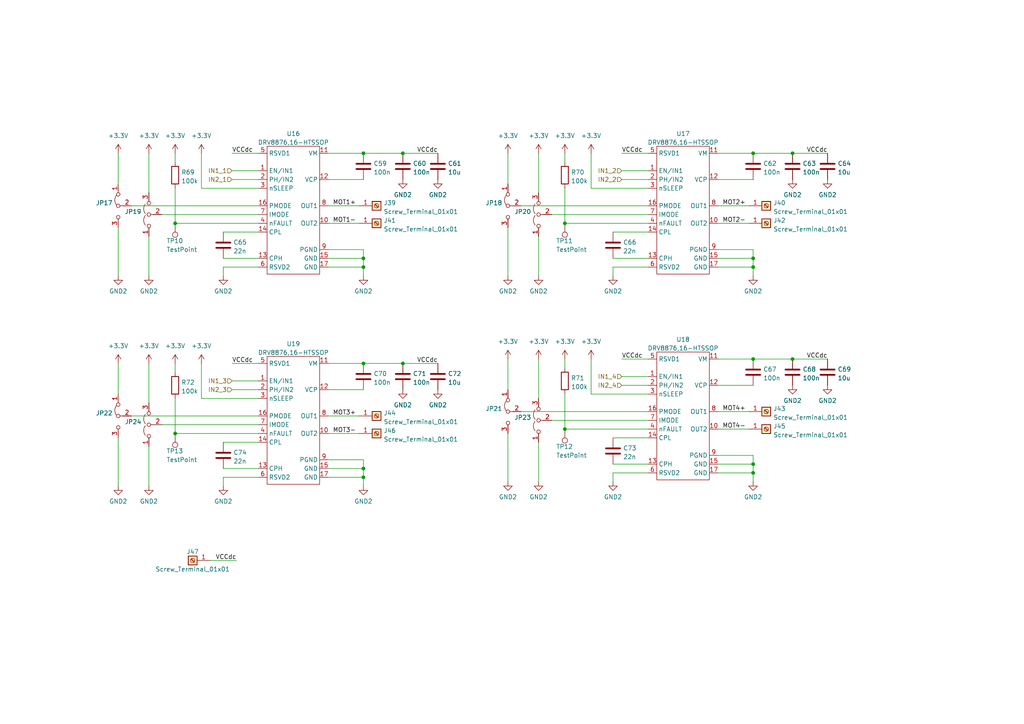
<source format=kicad_sch>
(kicad_sch (version 20211123) (generator eeschema)
  (paper "A4")
  (lib_symbols
    (symbol "Connector:Screw_Terminal_01x01" (pin_names (offset 1.016) hide)
      (property "Reference" "J" (at 0 2.54 0))
      (property "Value" "Screw_Terminal_01x01" (at 0 -2.54 0))
      (symbol "Screw_Terminal_01x01_1_1"
        (rectangle (start -1.27 1.27) (end 1.27 -1.27) (stroke (width 0.254)) (fill (type background)))
        (polyline (pts (xy -0.5334 0.3302) (xy 0.3302 -0.508)) (stroke (width 0.1524)))
        (polyline (pts (xy -0.3556 0.508) (xy 0.508 -0.3302)) (stroke (width 0.1524)))
        (circle (center 0 0) (radius 0.635) (stroke (width 0.1524)))
        (pin passive line (at -5.08 0 0) (length 3.81) (name "Pin_1") (number "1"))
      )
    )
    (symbol "Connector:TestPoint" (pin_numbers hide) (pin_names (offset 0.762) hide)
      (property "Reference" "TP" (at 0 6.858 0))
      (property "Value" "TestPoint" (at 0 5.08 0))
      (symbol "TestPoint_0_1"
        (circle (center 0 3.302) (radius 0.762))
      )
      (symbol "TestPoint_1_1"
        (pin passive line (at 0 0 90) (length 2.54) (name "1") (number "1"))
      )
    )
    (symbol "Device:C" (pin_numbers hide) (pin_names (offset 0.254))
      (property "Reference" "C" (at 0.635 2.54 0))
      (property "Value" "C" (at 0.635 -2.54 0))
      (symbol "C_0_1"
        (polyline (pts (xy -2.032 -0.762) (xy 2.032 -0.762)) (stroke (width 0.508)))
        (polyline (pts (xy -2.032 0.762) (xy 2.032 0.762)) (stroke (width 0.508)))
      )
      (symbol "C_1_1"
        (pin passive line (at 0 3.81 270) (length 2.794) (name "~") (number "1"))
        (pin passive line (at 0 -3.81 90) (length 2.794) (name "~") (number "2"))
      )
    )
    (symbol "Device:R" (pin_numbers hide) (pin_names (offset 0))
      (property "Reference" "R" (at 2.032 0 90))
      (property "Value" "R" (at 0 0 90))
      (symbol "R_0_1"
        (rectangle (start -1.016 -2.54) (end 1.016 2.54) (stroke (width 0.254)))
      )
      (symbol "R_1_1"
        (pin passive line (at 0 3.81 270) (length 1.27) (name "~") (number "1"))
        (pin passive line (at 0 -3.81 90) (length 1.27) (name "~") (number "2"))
      )
    )
    (symbol "Jumper:Jumper_3_Bridged12" (pin_names (offset 0) hide)
      (property "Reference" "JP" (at -2.54 -2.54 0))
      (property "Value" "Jumper_3_Bridged12" (at 0 2.794 0))
      (symbol "Jumper_3_Bridged12_0_0"
        (circle (center -3.302 0) (radius 0.508))
        (circle (center 0 0) (radius 0.508))
        (circle (center 3.302 0) (radius 0.508))
      )
      (symbol "Jumper_3_Bridged12_0_1"
        (arc (start -0.254 0.508) (mid -1.651 0.9912) (end -3.048 0.508))
        (polyline (pts (xy 0 -1.27) (xy 0 -0.508)))
      )
      (symbol "Jumper_3_Bridged12_1_1"
        (pin passive line (at -6.35 0 0) (length 2.54) (name "A") (number "1"))
        (pin passive line (at 0 -3.81 90) (length 2.54) (name "C") (number "2"))
        (pin passive line (at 6.35 0 180) (length 2.54) (name "B") (number "3"))
      )
    )
    (symbol "Jumper:Jumper_3_Open" (pin_names (offset 0) hide)
      (property "Reference" "JP" (at -2.54 -2.54 0))
      (property "Value" "Jumper_3_Open" (at 0 2.794 0))
      (symbol "Jumper_3_Open_0_0"
        (circle (center -3.302 0) (radius 0.508))
        (circle (center 0 0) (radius 0.508))
        (circle (center 3.302 0) (radius 0.508))
      )
      (symbol "Jumper_3_Open_0_1"
        (arc (start -0.254 1.016) (mid -1.651 1.4992) (end -3.048 1.016))
        (polyline (pts (xy 0 -0.508) (xy 0 -1.27)))
        (arc (start 3.048 1.016) (mid 1.651 1.4992) (end 0.254 1.016))
      )
      (symbol "Jumper_3_Open_1_1"
        (pin passive line (at -6.35 0 0) (length 2.54) (name "A") (number "1"))
        (pin passive line (at 0 -3.81 90) (length 2.54) (name "C") (number "2"))
        (pin passive line (at 6.35 0 180) (length 2.54) (name "B") (number "3"))
      )
    )
    (symbol "MASA:DRV8876,16-HTSSOP"
      (property "Reference" "U" (at 0.762 3.048 0))
      (property "Value" "DRV8876,16-HTSSOP" (at 9.906 -36.322 0))
      (symbol "DRV8876,16-HTSSOP_0_1"
        (rectangle (start 0 2.032) (end 15.24 -35.052) (stroke (width 0.1524)))
      )
      (symbol "DRV8876,16-HTSSOP_1_1"
        (pin input line (at -2.54 -5.08 0) (length 2.54) (name "EN/IN1") (number "1"))
        (pin power_out line (at 17.78 -20.32 180) (length 2.54) (name "OUT2") (number "10"))
        (pin power_in line (at 17.78 0 180) (length 2.54) (name "VM") (number "11"))
        (pin output line (at 17.78 -7.62 180) (length 2.54) (name "VCP") (number "12"))
        (pin output line (at -2.54 -30.48 0) (length 2.54) (name "CPH") (number "13"))
        (pin input line (at -2.54 -22.86 0) (length 2.54) (name "CPL") (number "14"))
        (pin power_in line (at 17.78 -30.48 180) (length 2.54) (name "GND") (number "15"))
        (pin input line (at -2.54 -15.24 0) (length 2.54) (name "PMODE") (number "16"))
        (pin power_in line (at 17.78 -33.02 180) (length 2.54) (name "GND") (number "17"))
        (pin input line (at -2.54 -7.62 0) (length 2.54) (name "PH/IN2") (number "2"))
        (pin input line (at -2.54 -10.16 0) (length 2.54) (name "nSLEEP") (number "3"))
        (pin input line (at -2.54 -20.32 0) (length 2.54) (name "nFAULT") (number "4"))
        (pin power_in line (at -2.54 0 0) (length 2.54) (name "RSVD1") (number "5"))
        (pin power_in line (at -2.54 -33.02 0) (length 2.54) (name "RSVD2") (number "6"))
        (pin input line (at -2.54 -17.78 0) (length 2.54) (name "IMODE") (number "7"))
        (pin power_out line (at 17.78 -15.24 180) (length 2.54) (name "OUT1") (number "8"))
        (pin power_in line (at 17.78 -27.94 180) (length 2.54) (name "PGND") (number "9"))
      )
    )
    (symbol "power:+3.3V" (power) (pin_names (offset 0))
      (property "Value" "+3.3V" (at 0 3.556 0))
      (symbol "+3.3V_0_1"
        (polyline (pts (xy -0.762 1.27) (xy 0 2.54)))
        (polyline (pts (xy 0 0) (xy 0 2.54)))
        (polyline (pts (xy 0 2.54) (xy 0.762 1.27)))
      )
      (symbol "+3.3V_1_1"
        (pin power_in line (at 0 0 90) (length 0) hide (name "+3.3V") (number "1"))
      )
    )
    (symbol "power:GND2" (power) (pin_names (offset 0))
      (property "Value" "GND2" (at 0 -3.81 0))
      (symbol "GND2_0_1"
        (polyline (pts (xy 0 0) (xy 0 -1.27) (xy 1.27 -1.27) (xy 0 -2.54) (xy -1.27 -1.27) (xy 0 -1.27)))
      )
      (symbol "GND2_1_1"
        (pin power_in line (at 0 0 270) (length 0) hide (name "GND2") (number "1"))
      )
    )
  )
  (junction (at 50.8 64.77))
  (junction (at 105.41 135.89))
  (junction (at 218.44 137.16))
  (junction (at 218.44 104.14))
  (junction (at 105.41 44.45))
  (junction (at 229.87 44.45))
  (junction (at 116.84 105.41))
  (junction (at 218.44 74.93))
  (junction (at 105.41 138.43))
  (junction (at 218.44 77.47))
  (junction (at 218.44 44.45))
  (junction (at 163.83 124.46))
  (junction (at 50.8 125.73))
  (junction (at 105.41 105.41))
  (junction (at 116.84 44.45))
  (junction (at 105.41 74.93))
  (junction (at 105.41 77.47))
  (junction (at 163.83 64.77))
  (junction (at 218.44 134.62))
  (junction (at 229.87 104.14))
  (wire (pts (xy 127 105.41) (xy 116.84 105.41)))
  (wire (pts (xy 127 44.45) (xy 116.84 44.45)))
  (wire (pts (xy 177.8 77.47) (xy 187.96 77.47)))
  (wire (pts (xy 208.28 72.39) (xy 218.44 72.39)))
  (wire (pts (xy 240.03 104.14) (xy 229.87 104.14)))
  (wire (pts (xy 50.8 115.57) (xy 50.8 125.73)))
  (wire (pts (xy 208.28 44.45) (xy 218.44 44.45)))
  (wire (pts (xy 34.29 140.97) (xy 34.29 127)))
  (wire (pts (xy 74.93 54.61) (xy 58.42 54.61)))
  (wire (pts (xy 163.83 124.46) (xy 187.96 124.46)))
  (wire (pts (xy 67.31 113.03) (xy 74.93 113.03)))
  (wire (pts (xy 187.96 114.3) (xy 171.45 114.3)))
  (wire (pts (xy 171.45 104.14) (xy 171.45 114.3)))
  (wire (pts (xy 156.21 44.45) (xy 156.21 55.88)))
  (wire (pts (xy 95.25 59.69) (xy 104.14 59.69)))
  (wire (pts (xy 208.28 74.93) (xy 218.44 74.93)))
  (wire (pts (xy 64.77 67.31) (xy 74.93 67.31)))
  (wire (pts (xy 187.96 104.14) (xy 180.34 104.14)))
  (wire (pts (xy 163.83 104.14) (xy 163.83 106.68)))
  (wire (pts (xy 177.8 134.62) (xy 187.96 134.62)))
  (wire (pts (xy 64.77 77.47) (xy 74.93 77.47)))
  (wire (pts (xy 95.25 133.35) (xy 105.41 133.35)))
  (wire (pts (xy 218.44 80.01) (xy 218.44 77.47)))
  (wire (pts (xy 105.41 135.89) (xy 105.41 133.35)))
  (wire (pts (xy 38.1 120.65) (xy 74.93 120.65)))
  (wire (pts (xy 208.28 104.14) (xy 218.44 104.14)))
  (wire (pts (xy 177.8 127) (xy 187.96 127)))
  (wire (pts (xy 95.25 125.73) (xy 104.14 125.73)))
  (wire (pts (xy 105.41 77.47) (xy 105.41 74.93)))
  (wire (pts (xy 74.93 44.45) (xy 67.31 44.45)))
  (wire (pts (xy 95.25 105.41) (xy 105.41 105.41)))
  (wire (pts (xy 34.29 44.45) (xy 34.29 53.34)))
  (wire (pts (xy 50.8 44.45) (xy 50.8 46.99)))
  (wire (pts (xy 187.96 44.45) (xy 180.34 44.45)))
  (wire (pts (xy 95.25 135.89) (xy 105.41 135.89)))
  (wire (pts (xy 147.32 139.7) (xy 147.32 125.73)))
  (wire (pts (xy 95.25 120.65) (xy 104.14 120.65)))
  (wire (pts (xy 116.84 105.41) (xy 105.41 105.41)))
  (wire (pts (xy 64.77 77.47) (xy 64.77 80.01)))
  (wire (pts (xy 156.21 139.7) (xy 156.21 128.27)))
  (wire (pts (xy 160.02 62.23) (xy 187.96 62.23)))
  (wire (pts (xy 208.28 59.69) (xy 217.17 59.69)))
  (wire (pts (xy 64.77 128.27) (xy 74.93 128.27)))
  (wire (pts (xy 208.28 124.46) (xy 217.17 124.46)))
  (wire (pts (xy 229.87 44.45) (xy 218.44 44.45)))
  (wire (pts (xy 64.77 138.43) (xy 64.77 140.97)))
  (wire (pts (xy 208.28 137.16) (xy 218.44 137.16)))
  (wire (pts (xy 163.83 54.61) (xy 163.83 64.77)))
  (wire (pts (xy 147.32 80.01) (xy 147.32 66.04)))
  (wire (pts (xy 156.21 104.14) (xy 156.21 115.57)))
  (wire (pts (xy 64.77 138.43) (xy 74.93 138.43)))
  (wire (pts (xy 38.1 59.69) (xy 74.93 59.69)))
  (wire (pts (xy 43.18 140.97) (xy 43.18 129.54)))
  (wire (pts (xy 180.34 111.76) (xy 187.96 111.76)))
  (wire (pts (xy 43.18 105.41) (xy 43.18 116.84)))
  (wire (pts (xy 95.25 44.45) (xy 105.41 44.45)))
  (wire (pts (xy 208.28 111.76) (xy 218.44 111.76)))
  (wire (pts (xy 50.8 64.77) (xy 74.93 64.77)))
  (wire (pts (xy 95.25 113.03) (xy 105.41 113.03)))
  (wire (pts (xy 50.8 105.41) (xy 50.8 107.95)))
  (wire (pts (xy 151.13 59.69) (xy 187.96 59.69)))
  (wire (pts (xy 151.13 119.38) (xy 187.96 119.38)))
  (wire (pts (xy 64.77 135.89) (xy 74.93 135.89)))
  (wire (pts (xy 34.29 105.41) (xy 34.29 114.3)))
  (wire (pts (xy 218.44 137.16) (xy 218.44 134.62)))
  (wire (pts (xy 58.42 44.45) (xy 58.42 54.61)))
  (wire (pts (xy 187.96 54.61) (xy 171.45 54.61)))
  (wire (pts (xy 74.93 115.57) (xy 58.42 115.57)))
  (wire (pts (xy 177.8 67.31) (xy 187.96 67.31)))
  (wire (pts (xy 58.42 105.41) (xy 58.42 115.57)))
  (wire (pts (xy 147.32 104.14) (xy 147.32 113.03)))
  (wire (pts (xy 208.28 119.38) (xy 217.17 119.38)))
  (wire (pts (xy 95.25 64.77) (xy 104.14 64.77)))
  (wire (pts (xy 218.44 134.62) (xy 218.44 132.08)))
  (wire (pts (xy 116.84 44.45) (xy 105.41 44.45)))
  (wire (pts (xy 180.34 109.22) (xy 187.96 109.22)))
  (wire (pts (xy 240.03 44.45) (xy 229.87 44.45)))
  (wire (pts (xy 95.25 138.43) (xy 105.41 138.43)))
  (wire (pts (xy 74.93 105.41) (xy 67.31 105.41)))
  (wire (pts (xy 50.8 125.73) (xy 74.93 125.73)))
  (wire (pts (xy 95.25 72.39) (xy 105.41 72.39)))
  (wire (pts (xy 160.02 121.92) (xy 187.96 121.92)))
  (wire (pts (xy 171.45 44.45) (xy 171.45 54.61)))
  (wire (pts (xy 64.77 74.93) (xy 74.93 74.93)))
  (wire (pts (xy 95.25 77.47) (xy 105.41 77.47)))
  (wire (pts (xy 67.31 110.49) (xy 74.93 110.49)))
  (wire (pts (xy 147.32 44.45) (xy 147.32 53.34)))
  (wire (pts (xy 180.34 52.07) (xy 187.96 52.07)))
  (wire (pts (xy 177.8 137.16) (xy 177.8 139.7)))
  (wire (pts (xy 95.25 74.93) (xy 105.41 74.93)))
  (wire (pts (xy 105.41 74.93) (xy 105.41 72.39)))
  (wire (pts (xy 46.99 62.23) (xy 74.93 62.23)))
  (wire (pts (xy 218.44 139.7) (xy 218.44 137.16)))
  (wire (pts (xy 208.28 52.07) (xy 218.44 52.07)))
  (wire (pts (xy 43.18 44.45) (xy 43.18 55.88)))
  (wire (pts (xy 163.83 44.45) (xy 163.83 46.99)))
  (wire (pts (xy 156.21 80.01) (xy 156.21 68.58)))
  (wire (pts (xy 67.31 52.07) (xy 74.93 52.07)))
  (wire (pts (xy 208.28 132.08) (xy 218.44 132.08)))
  (wire (pts (xy 105.41 80.01) (xy 105.41 77.47)))
  (wire (pts (xy 229.87 104.14) (xy 218.44 104.14)))
  (wire (pts (xy 95.25 52.07) (xy 105.41 52.07)))
  (wire (pts (xy 46.99 123.19) (xy 74.93 123.19)))
  (wire (pts (xy 218.44 74.93) (xy 218.44 72.39)))
  (wire (pts (xy 34.29 80.01) (xy 34.29 66.04)))
  (wire (pts (xy 163.83 114.3) (xy 163.83 124.46)))
  (wire (pts (xy 163.83 64.77) (xy 187.96 64.77)))
  (wire (pts (xy 208.28 77.47) (xy 218.44 77.47)))
  (wire (pts (xy 105.41 140.97) (xy 105.41 138.43)))
  (wire (pts (xy 67.31 49.53) (xy 74.93 49.53)))
  (wire (pts (xy 105.41 138.43) (xy 105.41 135.89)))
  (wire (pts (xy 177.8 77.47) (xy 177.8 80.01)))
  (wire (pts (xy 180.34 49.53) (xy 187.96 49.53)))
  (wire (pts (xy 43.18 80.01) (xy 43.18 68.58)))
  (wire (pts (xy 208.28 134.62) (xy 218.44 134.62)))
  (wire (pts (xy 60.96 162.56) (xy 68.58 162.56)))
  (wire (pts (xy 177.8 74.93) (xy 187.96 74.93)))
  (wire (pts (xy 50.8 54.61) (xy 50.8 64.77)))
  (wire (pts (xy 208.28 64.77) (xy 217.17 64.77)))
  (wire (pts (xy 177.8 137.16) (xy 187.96 137.16)))
  (wire (pts (xy 218.44 77.47) (xy 218.44 74.93)))
  (label "VCCdc" (at 180.34 104.14 0))
  (label "MOT1-" (at 96.52 64.77 0))
  (label "MOT4-" (at 209.55 124.46 0))
  (label "VCCdc" (at 67.31 105.41 0))
  (label "MOT2-" (at 209.55 64.77 0))
  (label "VCCdc" (at 240.03 44.45 180))
  (label "VCCdc" (at 68.58 162.56 180))
  (label "VCCdc" (at 127 44.45 180))
  (label "MOT2+" (at 209.55 59.69 0))
  (label "VCCdc" (at 127 105.41 180))
  (label "VCCdc" (at 240.03 104.14 180))
  (label "MOT4+" (at 209.55 119.38 0))
  (label "MOT1+" (at 96.52 59.69 0))
  (label "VCCdc" (at 180.34 44.45 0))
  (label "MOT3-" (at 96.52 125.73 0))
  (label "MOT3+" (at 96.52 120.65 0))
  (label "VCCdc" (at 67.31 44.45 0))
  (hierarchical_label "IN2_1" (shape input) (at 67.31 52.07 180))
  (hierarchical_label "IN1_2" (shape input) (at 180.34 49.53 180))
  (hierarchical_label "IN1_4" (shape input) (at 180.34 109.22 180))
  (hierarchical_label "IN1_3" (shape input) (at 67.31 110.49 180))
  (hierarchical_label "IN2_3" (shape input) (at 67.31 113.03 180))
  (hierarchical_label "IN1_1" (shape input) (at 67.31 49.53 180))
  (hierarchical_label "IN2_2" (shape input) (at 180.34 52.07 180))
  (hierarchical_label "IN2_4" (shape input) (at 180.34 111.76 180))
  (symbol (lib_id "power:+3.3V") (at 171.45 104.14 0) (unit 1)
    (property "Reference" "#PWR0252" (effects hide))
    (property "Value" "+3.3V" (at 171.45 99.06 0))
  )
  (symbol (lib_id "Jumper:Jumper_3_Bridged12") (at 147.32 119.38 90) (mirror x) (unit 1)
    (property "Reference" "JP21" (at 145.6939 118.5453 90) (effects (justify left)))
    (property "Value" "Jumper_3_Bridged12" (effects hide))
    (property "Footprint" "Jumper:SolderJumper-3_P1.3mm_Bridged12_Pad1.0x1.5mm" (effects hide))
  )
  (symbol (lib_id "power:+3.3V") (at 50.8 105.41 0) (unit 1)
    (property "Reference" "#PWR0229" (effects hide))
    (property "Value" "+3.3V" (at 50.8 100.33 0))
  )
  (symbol (lib_id "power:GND2") (at 218.44 139.7 0) (unit 1)
    (property "Reference" "#PWR0260" (effects hide))
    (property "Value" "GND2" (at 218.44 144.1434 0))
  )
  (symbol (lib_id "Device:C") (at 218.44 107.95 0) (unit 1)
    (property "Reference" "C67" (at 221.361 107.1153 0) (effects (justify left)))
    (property "Value" "100n" (at 221.361 109.6522 0) (effects (justify left)))
    (property "Footprint" "Capacitor_SMD:C_0805_2012Metric_Pad1.18x1.45mm_HandSolder" (effects hide))
  )
  (symbol (lib_id "Connector:Screw_Terminal_01x01") (at 222.25 124.46 0) (unit 1)
    (property "Reference" "J45" (at 224.282 123.6253 0) (effects (justify left)))
    (property "Value" "Screw_Terminal_01x01" (at 224.282 126.1622 0) (effects (justify left)))
    (property "Footprint" "MASA_footprint:ScrewTerminal_1x01_5x7mm" (effects hide))
  )
  (symbol (lib_id "power:GND2") (at 229.87 111.76 0) (unit 1)
    (property "Reference" "#PWR0253" (effects hide))
    (property "Value" "GND2" (at 229.87 116.2034 0))
  )
  (symbol (lib_id "Device:C") (at 177.8 130.81 0) (unit 1)
    (property "Reference" "C73" (at 180.721 129.9753 0) (effects (justify left)))
    (property "Value" "22n" (at 180.721 132.5122 0) (effects (justify left)))
    (property "Footprint" "Capacitor_SMD:C_0805_2012Metric_Pad1.18x1.45mm_HandSolder" (effects hide))
  )
  (symbol (lib_id "Jumper:Jumper_3_Bridged12") (at 34.29 120.65 90) (mirror x) (unit 1)
    (property "Reference" "JP22" (at 32.6639 119.8153 90) (effects (justify left)))
    (property "Value" "Jumper_3_Bridged12" (effects hide))
    (property "Footprint" "Jumper:SolderJumper-3_P1.3mm_Bridged12_Pad1.0x1.5mm" (effects hide))
  )
  (symbol (lib_id "Jumper:Jumper_3_Open") (at 43.18 123.19 90) (unit 1)
    (property "Reference" "JP24" (at 41.0459 122.3553 90) (effects (justify left)))
    (property "Value" "Jumper_3_Open" (effects hide))
    (property "Footprint" "Jumper:SolderJumper-3_P1.3mm_Open_Pad1.0x1.5mm" (effects hide))
  )
  (symbol (lib_id "MASA:DRV8876,16-HTSSOP") (at 190.5 44.45 0) (unit 1)
    (property "Reference" "U17" (at 198.12 38.769 0))
    (property "Value" "DRV8876,16-HTSSOP" (at 198.12 41.3059 0))
    (property "Footprint" "Package_SO:HTSSOP-16-1EP_4.4x5mm_P0.65mm_EP3.4x5mm" (effects hide))
    (property "Datasheet" "https://www.ti.com/lit/ds/symlink/drv8876.pdf?HQS=dis-dk-null-digikeymode-dsf-pf-null-wwe&ts=1665858522997&ref_url=https%253A%252F%252Fwww.ti.com%252Fgeneral%252Fdocs%252Fsuppproductinfo.tsp%253FdistId%253D10%2526gotoUrl%253Dhttps%253A%252F%252Fwww.ti.com%252Flit%252Fgpn%252Fdrv8876" (effects hide))
  )
  (symbol (lib_id "power:GND2") (at 43.18 80.01 0) (unit 1)
    (property "Reference" "#PWR0238" (effects hide))
    (property "Value" "GND2" (at 43.18 84.4534 0))
  )
  (symbol (lib_id "Device:C") (at 240.03 107.95 0) (unit 1)
    (property "Reference" "C69" (at 242.951 107.1153 0) (effects (justify left)))
    (property "Value" "10u" (at 242.951 109.6522 0) (effects (justify left)))
    (property "Footprint" "Capacitor_SMD:C_0805_2012Metric_Pad1.18x1.45mm_HandSolder" (effects hide))
  )
  (symbol (lib_id "power:+3.3V") (at 163.83 44.45 0) (unit 1)
    (property "Reference" "#PWR0228" (effects hide))
    (property "Value" "+3.3V" (at 163.83 39.37 0))
  )
  (symbol (lib_id "power:GND2") (at 156.21 80.01 0) (unit 1)
    (property "Reference" "#PWR0242" (effects hide))
    (property "Value" "GND2" (at 156.21 84.4534 0))
  )
  (symbol (lib_id "Jumper:Jumper_3_Bridged12") (at 34.29 59.69 90) (mirror x) (unit 1)
    (property "Reference" "JP17" (at 32.6639 58.8553 90) (effects (justify left)))
    (property "Value" "Jumper_3_Bridged12" (effects hide))
    (property "Footprint" "Jumper:SolderJumper-3_P1.3mm_Bridged12_Pad1.0x1.5mm" (effects hide))
  )
  (symbol (lib_id "power:GND2") (at 156.21 139.7 0) (unit 1)
    (property "Reference" "#PWR0258" (effects hide))
    (property "Value" "GND2" (at 156.21 144.1434 0))
  )
  (symbol (lib_id "Device:C") (at 64.77 132.08 0) (unit 1)
    (property "Reference" "C74" (at 67.691 131.2453 0) (effects (justify left)))
    (property "Value" "22n" (at 67.691 133.7822 0) (effects (justify left)))
    (property "Footprint" "Capacitor_SMD:C_0805_2012Metric_Pad1.18x1.45mm_HandSolder" (effects hide))
  )
  (symbol (lib_id "power:GND2") (at 116.84 113.03 0) (unit 1)
    (property "Reference" "#PWR0255" (effects hide))
    (property "Value" "GND2" (at 116.84 117.4734 0))
  )
  (symbol (lib_id "Device:C") (at 116.84 48.26 0) (unit 1)
    (property "Reference" "C60" (at 119.761 47.4253 0) (effects (justify left)))
    (property "Value" "100n" (at 119.761 49.9622 0) (effects (justify left)))
    (property "Footprint" "Capacitor_SMD:C_0805_2012Metric_Pad1.18x1.45mm_HandSolder" (effects hide))
  )
  (symbol (lib_id "Connector:Screw_Terminal_01x01") (at 55.88 162.56 180) (unit 1)
    (property "Reference" "J47" (at 55.88 160.02 0))
    (property "Value" "Screw_Terminal_01x01" (at 55.88 165.1 0))
    (property "Footprint" "MASA_footprint:ScrewTerminal_1x01_5x7mm" (effects hide))
  )
  (symbol (lib_id "Device:C") (at 127 109.22 0) (unit 1)
    (property "Reference" "C72" (at 129.921 108.3853 0) (effects (justify left)))
    (property "Value" "10u" (at 129.921 110.9222 0) (effects (justify left)))
    (property "Footprint" "Capacitor_SMD:C_0805_2012Metric_Pad1.18x1.45mm_HandSolder" (effects hide))
  )
  (symbol (lib_id "Connector:Screw_Terminal_01x01") (at 109.22 125.73 0) (unit 1)
    (property "Reference" "J46" (at 111.252 124.8953 0) (effects (justify left)))
    (property "Value" "Screw_Terminal_01x01" (at 111.252 127.4322 0) (effects (justify left)))
    (property "Footprint" "MASA_footprint:ScrewTerminal_1x01_5x7mm" (effects hide))
  )
  (symbol (lib_id "power:GND2") (at 116.84 52.07 0) (unit 1)
    (property "Reference" "#PWR0233" (effects hide))
    (property "Value" "GND2" (at 116.84 56.5134 0))
  )
  (symbol (lib_id "Device:R") (at 163.83 50.8 0) (unit 1)
    (property "Reference" "R70" (at 165.608 49.9653 0) (effects (justify left)))
    (property "Value" "100k" (at 165.608 52.5022 0) (effects (justify left)))
    (property "Footprint" "Resistor_SMD:R_0805_2012Metric_Pad1.20x1.40mm_HandSolder" (effects hide))
  )
  (symbol (lib_id "Device:C") (at 177.8 71.12 0) (unit 1)
    (property "Reference" "C66" (at 180.721 70.2853 0) (effects (justify left)))
    (property "Value" "22n" (at 180.721 72.8222 0) (effects (justify left)))
    (property "Footprint" "Capacitor_SMD:C_0805_2012Metric_Pad1.18x1.45mm_HandSolder" (effects hide))
  )
  (symbol (lib_id "Connector:Screw_Terminal_01x01") (at 109.22 120.65 0) (unit 1)
    (property "Reference" "J44" (at 111.252 119.8153 0) (effects (justify left)))
    (property "Value" "Screw_Terminal_01x01" (at 111.252 122.3522 0) (effects (justify left)))
    (property "Footprint" "MASA_footprint:ScrewTerminal_1x01_5x7mm" (effects hide))
  )
  (symbol (lib_id "MASA:DRV8876,16-HTSSOP") (at 77.47 105.41 0) (unit 1)
    (property "Reference" "U19" (at 85.09 99.729 0))
    (property "Value" "DRV8876,16-HTSSOP" (at 85.09 102.2659 0))
    (property "Footprint" "Package_SO:HTSSOP-16-1EP_4.4x5mm_P0.65mm_EP3.4x5mm" (effects hide))
    (property "Datasheet" "https://www.ti.com/lit/ds/symlink/drv8876.pdf?HQS=dis-dk-null-digikeymode-dsf-pf-null-wwe&ts=1665858522997&ref_url=https%253A%252F%252Fwww.ti.com%252Fgeneral%252Fdocs%252Fsuppproductinfo.tsp%253FdistId%253D10%2526gotoUrl%253Dhttps%253A%252F%252Fwww.ti.com%252Flit%252Fgpn%252Fdrv8876" (effects hide))
  )
  (symbol (lib_id "power:+3.3V") (at 156.21 104.14 0) (unit 1)
    (property "Reference" "#PWR0249" (effects hide))
    (property "Value" "+3.3V" (at 156.21 99.06 0))
  )
  (symbol (lib_id "Connector:Screw_Terminal_01x01") (at 222.25 59.69 0) (unit 1)
    (property "Reference" "J40" (at 224.282 58.8553 0) (effects (justify left)))
    (property "Value" "Screw_Terminal_01x01" (at 224.282 61.3922 0) (effects (justify left)))
    (property "Footprint" "MASA_footprint:ScrewTerminal_1x01_5x7mm" (effects hide))
  )
  (symbol (lib_id "Jumper:Jumper_3_Open") (at 156.21 62.23 90) (unit 1)
    (property "Reference" "JP20" (at 154.0759 61.3953 90) (effects (justify left)))
    (property "Value" "Jumper_3_Open" (effects hide))
    (property "Footprint" "Jumper:SolderJumper-3_P1.3mm_Open_Pad1.0x1.5mm" (effects hide))
  )
  (symbol (lib_id "Device:C") (at 64.77 71.12 0) (unit 1)
    (property "Reference" "C65" (at 67.691 70.2853 0) (effects (justify left)))
    (property "Value" "22n" (at 67.691 72.8222 0) (effects (justify left)))
    (property "Footprint" "Capacitor_SMD:C_0805_2012Metric_Pad1.18x1.45mm_HandSolder" (effects hide))
  )
  (symbol (lib_id "Device:C") (at 127 48.26 0) (unit 1)
    (property "Reference" "C61" (at 129.921 47.4253 0) (effects (justify left)))
    (property "Value" "10u" (at 129.921 49.9622 0) (effects (justify left)))
    (property "Footprint" "Capacitor_SMD:C_0805_2012Metric_Pad1.18x1.45mm_HandSolder" (effects hide))
  )
  (symbol (lib_id "power:+3.3V") (at 58.42 105.41 0) (unit 1)
    (property "Reference" "#PWR0230" (effects hide))
    (property "Value" "+3.3V" (at 58.42 100.33 0))
  )
  (symbol (lib_id "Connector:Screw_Terminal_01x01") (at 222.25 119.38 0) (unit 1)
    (property "Reference" "J43" (at 224.282 118.5453 0) (effects (justify left)))
    (property "Value" "Screw_Terminal_01x01" (at 224.282 121.0822 0) (effects (justify left)))
    (property "Footprint" "MASA_footprint:ScrewTerminal_1x01_5x7mm" (effects hide))
  )
  (symbol (lib_id "power:+3.3V") (at 50.8 44.45 0) (unit 1)
    (property "Reference" "#PWR0245" (effects hide))
    (property "Value" "+3.3V" (at 50.8 39.37 0))
  )
  (symbol (lib_id "power:GND2") (at 229.87 52.07 0) (unit 1)
    (property "Reference" "#PWR0235" (effects hide))
    (property "Value" "GND2" (at 229.87 56.5134 0))
  )
  (symbol (lib_id "power:+3.3V") (at 171.45 44.45 0) (unit 1)
    (property "Reference" "#PWR0225" (effects hide))
    (property "Value" "+3.3V" (at 171.45 39.37 0))
  )
  (symbol (lib_id "power:GND2") (at 147.32 139.7 0) (unit 1)
    (property "Reference" "#PWR0257" (effects hide))
    (property "Value" "GND2" (at 147.32 144.1434 0))
  )
  (symbol (lib_id "power:GND2") (at 127 113.03 0) (unit 1)
    (property "Reference" "#PWR0256" (effects hide))
    (property "Value" "GND2" (at 127 117.4734 0))
  )
  (symbol (lib_id "power:GND2") (at 34.29 140.97 0) (unit 1)
    (property "Reference" "#PWR0261" (effects hide))
    (property "Value" "GND2" (at 34.29 145.4134 0))
  )
  (symbol (lib_id "power:GND2") (at 218.44 80.01 0) (unit 1)
    (property "Reference" "#PWR0244" (effects hide))
    (property "Value" "GND2" (at 218.44 84.4534 0))
  )
  (symbol (lib_id "power:+3.3V") (at 163.83 104.14 0) (unit 1)
    (property "Reference" "#PWR0251" (effects hide))
    (property "Value" "+3.3V" (at 163.83 99.06 0))
  )
  (symbol (lib_id "Jumper:Jumper_3_Open") (at 43.18 62.23 90) (unit 1)
    (property "Reference" "JP19" (at 41.0459 61.3953 90) (effects (justify left)))
    (property "Value" "Jumper_3_Open" (effects hide))
    (property "Footprint" "Jumper:SolderJumper-3_P1.3mm_Open_Pad1.0x1.5mm" (effects hide))
  )
  (symbol (lib_id "power:GND2") (at 64.77 140.97 0) (unit 1)
    (property "Reference" "#PWR0263" (effects hide))
    (property "Value" "GND2" (at 64.77 145.4134 0))
  )
  (symbol (lib_id "Device:C") (at 218.44 48.26 0) (unit 1)
    (property "Reference" "C62" (at 221.361 47.4253 0) (effects (justify left)))
    (property "Value" "100n" (at 221.361 49.9622 0) (effects (justify left)))
    (property "Footprint" "Capacitor_SMD:C_0805_2012Metric_Pad1.18x1.45mm_HandSolder" (effects hide))
  )
  (symbol (lib_id "power:+3.3V") (at 156.21 44.45 0) (unit 1)
    (property "Reference" "#PWR0227" (effects hide))
    (property "Value" "+3.3V" (at 156.21 39.37 0))
  )
  (symbol (lib_id "MASA:DRV8876,16-HTSSOP") (at 190.5 104.14 0) (unit 1)
    (property "Reference" "U18" (at 198.12 98.459 0))
    (property "Value" "DRV8876,16-HTSSOP" (at 198.12 100.9959 0))
    (property "Footprint" "Package_SO:HTSSOP-16-1EP_4.4x5mm_P0.65mm_EP3.4x5mm" (effects hide))
    (property "Datasheet" "https://www.ti.com/lit/ds/symlink/drv8876.pdf?HQS=dis-dk-null-digikeymode-dsf-pf-null-wwe&ts=1665858522997&ref_url=https%253A%252F%252Fwww.ti.com%252Fgeneral%252Fdocs%252Fsuppproductinfo.tsp%253FdistId%253D10%2526gotoUrl%253Dhttps%253A%252F%252Fwww.ti.com%252Flit%252Fgpn%252Fdrv8876" (effects hide))
  )
  (symbol (lib_id "Connector:TestPoint") (at 163.83 124.46 180) (unit 1)
    (property "Reference" "TP12" (at 161.29 129.54 0) (effects (justify right)))
    (property "Value" "TestPoint" (at 161.29 132.08 0) (effects (justify right)))
    (property "Footprint" "TestPoint:TestPoint_Pad_D2.0mm" (effects hide))
  )
  (symbol (lib_id "Device:C") (at 105.41 109.22 0) (unit 1)
    (property "Reference" "C70" (at 108.331 108.3853 0) (effects (justify left)))
    (property "Value" "100n" (at 108.331 110.9222 0) (effects (justify left)))
    (property "Footprint" "Capacitor_SMD:C_0805_2012Metric_Pad1.18x1.45mm_HandSolder" (effects hide))
  )
  (symbol (lib_id "Connector:TestPoint") (at 163.83 64.77 180) (unit 1)
    (property "Reference" "TP11" (at 161.29 69.85 0) (effects (justify right)))
    (property "Value" "TestPoint" (at 161.29 72.39 0) (effects (justify right)))
    (property "Footprint" "TestPoint:TestPoint_Pad_D2.0mm" (effects hide))
  )
  (symbol (lib_id "power:GND2") (at 105.41 80.01 0) (unit 1)
    (property "Reference" "#PWR0240" (effects hide))
    (property "Value" "GND2" (at 105.41 84.4534 0))
  )
  (symbol (lib_id "Device:R") (at 50.8 111.76 0) (unit 1)
    (property "Reference" "R72" (at 52.578 110.9253 0) (effects (justify left)))
    (property "Value" "100k" (at 52.578 113.4622 0) (effects (justify left)))
    (property "Footprint" "Resistor_SMD:R_0805_2012Metric_Pad1.20x1.40mm_HandSolder" (effects hide))
  )
  (symbol (lib_id "power:GND2") (at 177.8 139.7 0) (unit 1)
    (property "Reference" "#PWR0259" (effects hide))
    (property "Value" "GND2" (at 177.8 144.1434 0))
  )
  (symbol (lib_id "power:GND2") (at 240.03 52.07 0) (unit 1)
    (property "Reference" "#PWR0236" (effects hide))
    (property "Value" "GND2" (at 240.03 56.5134 0))
  )
  (symbol (lib_id "power:+3.3V") (at 43.18 105.41 0) (unit 1)
    (property "Reference" "#PWR0231" (effects hide))
    (property "Value" "+3.3V" (at 43.18 100.33 0))
  )
  (symbol (lib_id "Device:C") (at 229.87 48.26 0) (unit 1)
    (property "Reference" "C63" (at 232.791 47.4253 0) (effects (justify left)))
    (property "Value" "100n" (at 232.791 49.9622 0) (effects (justify left)))
    (property "Footprint" "Capacitor_SMD:C_0805_2012Metric_Pad1.18x1.45mm_HandSolder" (effects hide))
  )
  (symbol (lib_id "Connector:Screw_Terminal_01x01") (at 222.25 64.77 0) (unit 1)
    (property "Reference" "J42" (at 224.282 63.9353 0) (effects (justify left)))
    (property "Value" "Screw_Terminal_01x01" (at 224.282 66.4722 0) (effects (justify left)))
    (property "Footprint" "MASA_footprint:ScrewTerminal_1x01_5x7mm" (effects hide))
  )
  (symbol (lib_id "power:+3.3V") (at 34.29 105.41 0) (unit 1)
    (property "Reference" "#PWR0232" (effects hide))
    (property "Value" "+3.3V" (at 34.29 100.33 0))
  )
  (symbol (lib_id "power:GND2") (at 43.18 140.97 0) (unit 1)
    (property "Reference" "#PWR0262" (effects hide))
    (property "Value" "GND2" (at 43.18 145.4134 0))
  )
  (symbol (lib_id "Device:C") (at 116.84 109.22 0) (unit 1)
    (property "Reference" "C71" (at 119.761 108.3853 0) (effects (justify left)))
    (property "Value" "100n" (at 119.761 110.9222 0) (effects (justify left)))
    (property "Footprint" "Capacitor_SMD:C_0805_2012Metric_Pad1.18x1.45mm_HandSolder" (effects hide))
  )
  (symbol (lib_id "power:GND2") (at 147.32 80.01 0) (unit 1)
    (property "Reference" "#PWR0241" (effects hide))
    (property "Value" "GND2" (at 147.32 84.4534 0))
  )
  (symbol (lib_id "Device:C") (at 240.03 48.26 0) (unit 1)
    (property "Reference" "C64" (at 242.951 47.4253 0) (effects (justify left)))
    (property "Value" "10u" (at 242.951 49.9622 0) (effects (justify left)))
    (property "Footprint" "Capacitor_SMD:C_0805_2012Metric_Pad1.18x1.45mm_HandSolder" (effects hide))
  )
  (symbol (lib_id "power:GND2") (at 64.77 80.01 0) (unit 1)
    (property "Reference" "#PWR0239" (effects hide))
    (property "Value" "GND2" (at 64.77 84.4534 0))
  )
  (symbol (lib_id "power:+3.3V") (at 147.32 44.45 0) (unit 1)
    (property "Reference" "#PWR0226" (effects hide))
    (property "Value" "+3.3V" (at 147.32 39.37 0))
  )
  (symbol (lib_id "Device:R") (at 50.8 50.8 0) (unit 1)
    (property "Reference" "R69" (at 52.578 49.9653 0) (effects (justify left)))
    (property "Value" "100k" (at 52.578 52.5022 0) (effects (justify left)))
    (property "Footprint" "Resistor_SMD:R_0805_2012Metric_Pad1.20x1.40mm_HandSolder" (effects hide))
  )
  (symbol (lib_id "power:GND2") (at 105.41 140.97 0) (unit 1)
    (property "Reference" "#PWR0264" (effects hide))
    (property "Value" "GND2" (at 105.41 145.4134 0))
  )
  (symbol (lib_id "power:+3.3V") (at 147.32 104.14 0) (unit 1)
    (property "Reference" "#PWR0250" (effects hide))
    (property "Value" "+3.3V" (at 147.32 99.06 0))
  )
  (symbol (lib_id "Device:C") (at 105.41 48.26 0) (unit 1)
    (property "Reference" "C59" (at 108.331 47.4253 0) (effects (justify left)))
    (property "Value" "100n" (at 108.331 49.9622 0) (effects (justify left)))
    (property "Footprint" "Capacitor_SMD:C_0805_2012Metric_Pad1.18x1.45mm_HandSolder" (effects hide))
  )
  (symbol (lib_id "Connector:TestPoint") (at 50.8 64.77 180) (unit 1)
    (property "Reference" "TP10" (at 48.26 69.85 0) (effects (justify right)))
    (property "Value" "TestPoint" (at 48.26 72.39 0) (effects (justify right)))
    (property "Footprint" "TestPoint:TestPoint_Pad_D2.0mm" (effects hide))
  )
  (symbol (lib_id "power:GND2") (at 177.8 80.01 0) (unit 1)
    (property "Reference" "#PWR0243" (effects hide))
    (property "Value" "GND2" (at 177.8 84.4534 0))
  )
  (symbol (lib_id "power:+3.3V") (at 34.29 44.45 0) (unit 1)
    (property "Reference" "#PWR0247" (effects hide))
    (property "Value" "+3.3V" (at 34.29 39.37 0))
  )
  (symbol (lib_id "power:+3.3V") (at 43.18 44.45 0) (unit 1)
    (property "Reference" "#PWR0246" (effects hide))
    (property "Value" "+3.3V" (at 43.18 39.37 0))
  )
  (symbol (lib_id "MASA:DRV8876,16-HTSSOP") (at 77.47 44.45 0) (unit 1)
    (property "Reference" "U16" (at 85.09 38.769 0))
    (property "Value" "DRV8876,16-HTSSOP" (at 85.09 41.3059 0))
    (property "Footprint" "Package_SO:HTSSOP-16-1EP_4.4x5mm_P0.65mm_EP3.4x5mm" (effects hide))
    (property "Datasheet" "https://www.ti.com/lit/ds/symlink/drv8876.pdf?HQS=dis-dk-null-digikeymode-dsf-pf-null-wwe&ts=1665858522997&ref_url=https%253A%252F%252Fwww.ti.com%252Fgeneral%252Fdocs%252Fsuppproductinfo.tsp%253FdistId%253D10%2526gotoUrl%253Dhttps%253A%252F%252Fwww.ti.com%252Flit%252Fgpn%252Fdrv8876" (effects hide))
  )
  (symbol (lib_id "Connector:TestPoint") (at 50.8 125.73 180) (unit 1)
    (property "Reference" "TP13" (at 48.26 130.81 0) (effects (justify right)))
    (property "Value" "TestPoint" (at 48.26 133.35 0) (effects (justify right)))
    (property "Footprint" "TestPoint:TestPoint_Pad_D2.0mm" (effects hide))
  )
  (symbol (lib_id "power:GND2") (at 34.29 80.01 0) (unit 1)
    (property "Reference" "#PWR0237" (effects hide))
    (property "Value" "GND2" (at 34.29 84.4534 0))
  )
  (symbol (lib_id "power:GND2") (at 127 52.07 0) (unit 1)
    (property "Reference" "#PWR0234" (effects hide))
    (property "Value" "GND2" (at 127 56.5134 0))
  )
  (symbol (lib_id "Device:C") (at 229.87 107.95 0) (unit 1)
    (property "Reference" "C68" (at 232.791 107.1153 0) (effects (justify left)))
    (property "Value" "100n" (at 232.791 109.6522 0) (effects (justify left)))
    (property "Footprint" "Capacitor_SMD:C_0805_2012Metric_Pad1.18x1.45mm_HandSolder" (effects hide))
  )
  (symbol (lib_id "power:GND2") (at 240.03 111.76 0) (unit 1)
    (property "Reference" "#PWR0254" (effects hide))
    (property "Value" "GND2" (at 240.03 116.2034 0))
  )
  (symbol (lib_id "Jumper:Jumper_3_Bridged12") (at 147.32 59.69 90) (mirror x) (unit 1)
    (property "Reference" "JP18" (at 145.6939 58.8553 90) (effects (justify left)))
    (property "Value" "Jumper_3_Bridged12" (effects hide))
    (property "Footprint" "Jumper:SolderJumper-3_P1.3mm_Bridged12_Pad1.0x1.5mm" (effects hide))
  )
  (symbol (lib_id "Connector:Screw_Terminal_01x01") (at 109.22 64.77 0) (unit 1)
    (property "Reference" "J41" (at 111.252 63.9353 0) (effects (justify left)))
    (property "Value" "Screw_Terminal_01x01" (at 111.252 66.4722 0) (effects (justify left)))
    (property "Footprint" "MASA_footprint:ScrewTerminal_1x01_5x7mm" (effects hide))
  )
  (symbol (lib_id "Jumper:Jumper_3_Open") (at 156.21 121.92 90) (unit 1)
    (property "Reference" "JP23" (at 154.0759 121.0853 90) (effects (justify left)))
    (property "Value" "Jumper_3_Open" (effects hide))
    (property "Footprint" "Jumper:SolderJumper-3_P1.3mm_Open_Pad1.0x1.5mm" (effects hide))
  )
  (symbol (lib_id "Device:R") (at 163.83 110.49 0) (unit 1)
    (property "Reference" "R71" (at 165.608 109.6553 0) (effects (justify left)))
    (property "Value" "100k" (at 165.608 112.1922 0) (effects (justify left)))
    (property "Footprint" "Resistor_SMD:R_0805_2012Metric_Pad1.20x1.40mm_HandSolder" (effects hide))
  )
  (symbol (lib_id "Connector:Screw_Terminal_01x01") (at 109.22 59.69 0) (unit 1)
    (property "Reference" "J39" (at 111.252 58.8553 0) (effects (justify left)))
    (property "Value" "Screw_Terminal_01x01" (at 111.252 61.3922 0) (effects (justify left)))
    (property "Footprint" "MASA_footprint:ScrewTerminal_1x01_5x7mm" (effects hide))
  )
  (symbol (lib_id "power:+3.3V") (at 58.42 44.45 0) (unit 1)
    (property "Reference" "#PWR0248" (effects hide))
    (property "Value" "+3.3V" (at 58.42 39.37 0))
  )
)
</source>
